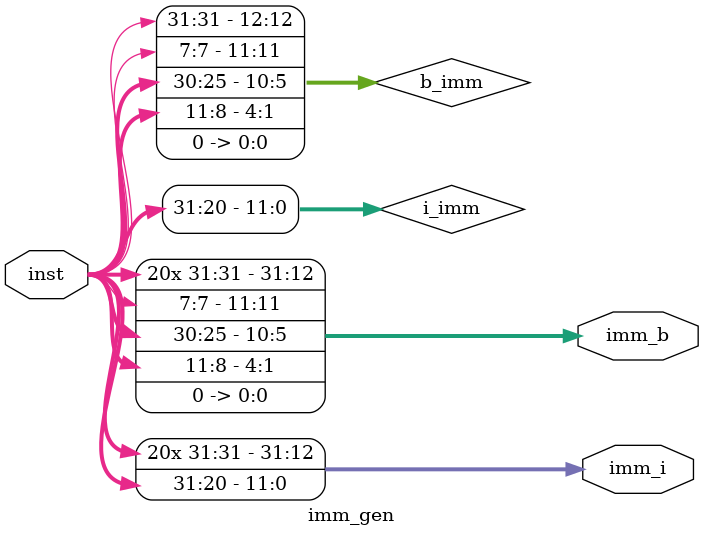
<source format=sv>
`timescale 1ns / 1ps

module imm_gen(
    input [31:0] inst,
    output [31:0] imm_i, // I-type instruction
    output [31:0] imm_b // B-type  instruction
);
    // extract immediate bits from instruction
    // I-type
    logic [11:0] i_imm;
    assign i_imm = inst [31:20];
    // B-type
    logic [12:0] b_imm;
    assign b_imm = {inst [31], inst[7], inst[30:25], inst[11:8], 1'b0};
    
    // sign extension
    assign imm_i = {{20{i_imm[11]}}, i_imm};
    assign imm_b = {{19{b_imm[12]}}, b_imm};
    
endmodule

</source>
